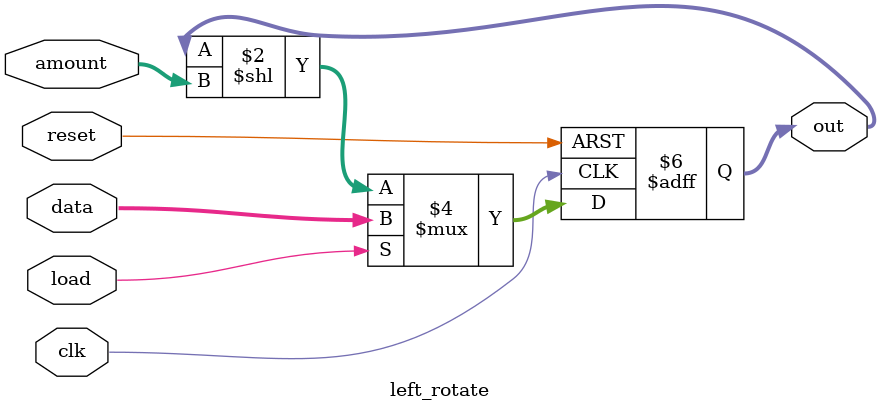
<source format=v>
module left_rotate(clk,reset,amount,data,load,out);
input clk,reset;
input [2:0] amount;
input [7:0] data;
input load;
output reg [7:0] out;
// when load is high, load data to out
// otherwise rotate the out register followed by left shift the out register by amount bits
always @(posedge clk or posedge reset)
begin
if (reset)
out <= 8'b0;
else if (load)
out <= data;
else begin
out <= out << amount;
end
end
endmodule

</source>
